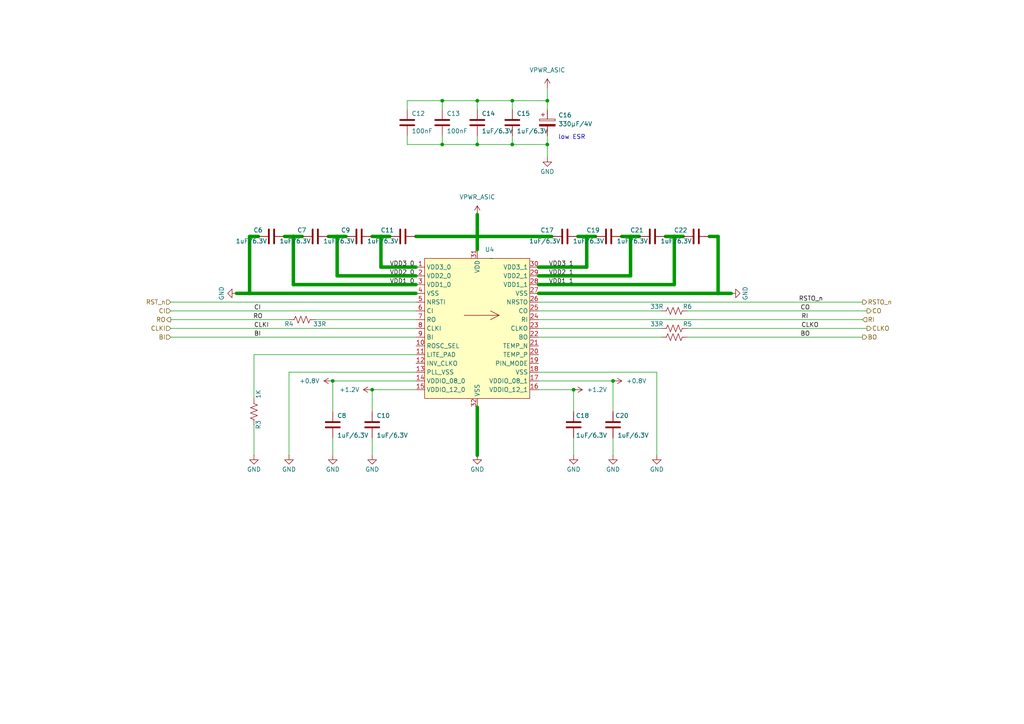
<source format=kicad_sch>
(kicad_sch (version 20231120) (generator "eeschema") (generator_version "8.0")
  (paper "A4")
  (lib_symbols
    (symbol "Device:C" (pin_numbers hide) (pin_names (offset 0.254))
      (property "Reference" "C" (at 0.635 2.54 0))
      (property "Value" "C" (at 0.635 -2.54 0))
      (symbol "C_0_1"
        (polyline (pts (xy -2.032 -0.762) (xy 2.032 -0.762)) (stroke (width 0.508)))
        (polyline (pts (xy -2.032 0.762) (xy 2.032 0.762)) (stroke (width 0.508)))
      )
      (symbol "C_1_1"
        (pin passive line (at 0 3.81 270) (length 2.794) (name "~") (number "1"))
        (pin passive line (at 0 -3.81 90) (length 2.794) (name "~") (number "2"))
      )
    )
    (symbol "Device:C_Polarized" (pin_numbers hide) (pin_names (offset 0.254))
      (property "Reference" "C" (at 0.635 2.54 0))
      (property "Value" "C_Polarized" (at 0.635 -2.54 0))
      (symbol "C_Polarized_0_1"
        (rectangle (start -2.286 0.508) (end 2.286 1.016))
        (polyline (pts (xy -1.778 2.286) (xy -0.762 2.286)))
        (polyline (pts (xy -1.27 2.794) (xy -1.27 1.778)))
        (rectangle (start 2.286 -0.508) (end -2.286 -1.016) (fill (type outline)))
      )
      (symbol "C_Polarized_1_1"
        (pin passive line (at 0 3.81 270) (length 2.794) (name "~") (number "1"))
        (pin passive line (at 0 -3.81 90) (length 2.794) (name "~") (number "2"))
      )
    )
    (symbol "Device:R_US" (pin_numbers hide) (pin_names (offset 0))
      (property "Reference" "R" (at 2.54 0 90))
      (property "Value" "R_US" (at -2.54 0 90))
      (symbol "R_US_0_1"
        (polyline (pts (xy 0 -2.286) (xy 0 -2.54)))
        (polyline (pts (xy 0 2.286) (xy 0 2.54)))
        (polyline (pts (xy 0 -0.762) (xy 1.016 -1.143) (xy 0 -1.524) (xy -1.016 -1.905) (xy 0 -2.286)))
        (polyline (pts (xy 0 0.762) (xy 1.016 0.381) (xy 0 0) (xy -1.016 -0.381) (xy 0 -0.762)))
        (polyline (pts (xy 0 2.286) (xy 1.016 1.905) (xy 0 1.524) (xy -1.016 1.143) (xy 0 0.762)))
      )
      (symbol "R_US_1_1"
        (pin passive line (at 0 3.81 270) (length 1.27) (name "~") (number "1"))
        (pin passive line (at 0 -3.81 90) (length 1.27) (name "~") (number "2"))
      )
    )
    (symbol "EKO_Miner_ASIClib:BM1368_mode1"
      (property "Reference" "U4" (at 19.9741 3.81 0))
      (property "Value" "~" (at 21.336 1.27 0))
      (symbol "BM1368_mode1_0_1"
        (polyline (pts (xy 13.97 -15.24) (xy 24.13 -15.24)))
        (polyline (pts (xy 21.59 -16.51) (xy 24.13 -15.24)))
        (polyline (pts (xy 21.59 -13.97) (xy 24.13 -15.24)))
        (rectangle (start 2.54 1.27) (end 33.02 -39.37) (fill (type background)))
      )
      (symbol "BM1368_mode1_1_1"
        (pin power_in line (at 0 -1.27 0) (length 2.54) (name "VDD3_0") (number "1"))
        (pin unspecified line (at 0 -24.13 0) (length 2.54) (name "ROSC_SEL") (number "10"))
        (pin unspecified line (at 0 -26.67 0) (length 2.54) (name "LITE_PAD") (number "11"))
        (pin unspecified line (at 0 -29.21 0) (length 2.54) (name "INV_CLKO") (number "12"))
        (pin power_in line (at 0 -31.75 0) (length 2.54) (name "PLL_VSS") (number "13"))
        (pin power_in line (at 0 -34.29 0) (length 2.54) (name "VDDIO_08_0") (number "14"))
        (pin power_in line (at 0 -36.83 0) (length 2.54) (name "VDDIO_12_0") (number "15"))
        (pin power_in line (at 35.56 -36.83 180) (length 2.54) (name "VDDIO_12_1") (number "16"))
        (pin power_in line (at 35.56 -34.29 180) (length 2.54) (name "VDDIO_08_1") (number "17"))
        (pin power_in line (at 35.56 -31.75 180) (length 2.54) (name "VSS") (number "18"))
        (pin input line (at 35.56 -29.21 180) (length 2.54) (name "PIN_MODE") (number "19"))
        (pin power_in line (at 0 -3.81 0) (length 2.54) (name "VDD2_0") (number "2"))
        (pin unspecified line (at 35.56 -26.67 180) (length 2.54) (name "TEMP_P") (number "20"))
        (pin unspecified line (at 35.56 -24.13 180) (length 2.54) (name "TEMP_N") (number "21"))
        (pin output line (at 35.56 -21.59 180) (length 2.54) (name "BO") (number "22"))
        (pin output line (at 35.56 -19.05 180) (length 2.54) (name "CLKO") (number "23"))
        (pin input line (at 35.56 -16.51 180) (length 2.54) (name "RI") (number "24"))
        (pin output line (at 35.56 -13.97 180) (length 2.54) (name "CO") (number "25"))
        (pin output line (at 35.56 -11.43 180) (length 2.54) (name "NRSTO") (number "26"))
        (pin power_in line (at 35.56 -8.89 180) (length 2.54) (name "VSS") (number "27"))
        (pin power_in line (at 35.56 -6.35 180) (length 2.54) (name "VDD1_1") (number "28"))
        (pin power_in line (at 35.56 -3.81 180) (length 2.54) (name "VDD2_1") (number "29"))
        (pin power_in line (at 0 -6.35 0) (length 2.54) (name "VDD1_0") (number "3"))
        (pin power_in line (at 35.56 -1.27 180) (length 2.54) (name "VDD3_1") (number "30"))
        (pin power_in line (at 17.78 3.81 270) (length 2.54) (name "VDD") (number "31"))
        (pin power_in line (at 17.78 -41.91 90) (length 2.54) (name "VSS") (number "32"))
        (pin power_in line (at 0 -8.89 0) (length 2.54) (name "VSS") (number "4"))
        (pin input line (at 0 -11.43 0) (length 2.54) (name "NRSTI") (number "5"))
        (pin input line (at 0 -13.97 0) (length 2.54) (name "CI") (number "6"))
        (pin output line (at 0 -16.51 0) (length 2.54) (name "RO") (number "7"))
        (pin input line (at 0 -19.05 0) (length 2.54) (name "CLKI") (number "8"))
        (pin input line (at 0 -21.59 0) (length 2.54) (name "BI") (number "9"))
      )
    )
    (symbol "power:GND" (power) (pin_numbers hide) (pin_names (offset 0) hide)
      (property "Value" "GND" (at 0 -3.81 0))
      (symbol "GND_0_1"
        (polyline (pts (xy 0 0) (xy 0 -1.27) (xy 1.27 -1.27) (xy 0 -2.54) (xy -1.27 -1.27) (xy 0 -1.27)))
      )
      (symbol "GND_1_1"
        (pin power_in line (at 0 0 270) (length 0) (name "~") (number "1"))
      )
    )
    (symbol "power:VDD" (power) (pin_numbers hide) (pin_names (offset 0) hide)
      (property "Value" "VDD" (at 0 3.556 0))
      (symbol "VDD_0_1"
        (polyline (pts (xy -0.762 1.27) (xy 0 2.54)))
        (polyline (pts (xy 0 0) (xy 0 2.54)))
        (polyline (pts (xy 0 2.54) (xy 0.762 1.27)))
      )
      (symbol "VDD_1_1"
        (pin power_in line (at 0 0 90) (length 0) (name "~") (number "1"))
      )
    )
  )
  (junction (at 107.95 113.03))
  (junction (at 138.43 29.21) (diameter 0.9144))
  (junction (at 128.27 41.91) (diameter 0.9144))
  (junction (at 148.59 41.91))
  (junction (at 177.8 110.49))
  (junction (at 170.18 68.58))
  (junction (at 72.39 85.09))
  (junction (at 85.09 68.58))
  (junction (at 208.28 85.09))
  (junction (at 138.43 68.58))
  (junction (at 96.52 110.49))
  (junction (at 128.27 29.21) (diameter 0.9144))
  (junction (at 158.75 29.21))
  (junction (at 97.79 68.58))
  (junction (at 148.59 29.21))
  (junction (at 110.49 68.58))
  (junction (at 166.37 113.03))
  (junction (at 138.43 41.91) (diameter 0.9144))
  (junction (at 158.75 41.91))
  (junction (at 182.88 68.58))
  (junction (at 195.58 68.58))
  (wire (pts (xy 166.37 113.03) (xy 166.37 119.38)))
  (wire (pts (xy 148.59 41.91) (xy 138.43 41.91)))
  (wire (pts (xy 158.75 31.75) (xy 158.75 29.21)))
  (wire (pts (xy 156.21 95.25) (xy 191.77 95.25)))
  (wire (pts (xy 208.28 85.09) (xy 208.28 68.58)) (stroke (width 1)))
  (wire (pts (xy 118.11 31.75) (xy 118.11 29.21)))
  (wire (pts (xy 49.53 92.71) (xy 83.82 92.71)))
  (wire (pts (xy 107.95 127) (xy 107.95 132.08)))
  (wire (pts (xy 166.37 127) (xy 166.37 132.08)))
  (wire (pts (xy 85.09 68.58) (xy 87.63 68.58)) (stroke (width 1)))
  (wire (pts (xy 97.79 68.58) (xy 100.33 68.58)) (stroke (width 1)))
  (wire (pts (xy 156.21 87.63) (xy 250.19 87.63)))
  (wire (pts (xy 110.49 68.58) (xy 109.22 68.58)))
  (wire (pts (xy 120.65 68.58) (xy 138.43 68.58)) (stroke (width 1)))
  (wire (pts (xy 138.43 68.58) (xy 160.02 68.58)) (stroke (width 1)))
  (wire (pts (xy 199.39 95.25) (xy 251.46 95.25)))
  (wire (pts (xy 156.21 77.47) (xy 170.18 77.47)) (stroke (width 1)))
  (wire (pts (xy 128.27 29.21) (xy 138.43 29.21)))
  (wire (pts (xy 97.79 80.01) (xy 120.65 80.01)) (stroke (width 1)))
  (wire (pts (xy 128.27 31.75) (xy 128.27 29.21)))
  (wire (pts (xy 138.43 118.11) (xy 138.43 132.08)) (stroke (width 1)))
  (wire (pts (xy 110.49 68.58) (xy 110.49 77.47)) (stroke (width 1)))
  (wire (pts (xy 158.75 25.4) (xy 158.75 29.21)))
  (wire (pts (xy 85.09 68.58) (xy 86.36 68.58)))
  (wire (pts (xy 156.21 85.09) (xy 208.28 85.09)) (stroke (width 1)))
  (wire (pts (xy 167.64 68.58) (xy 170.18 68.58)) (stroke (width 1)))
  (wire (pts (xy 177.8 110.49) (xy 177.8 119.38)))
  (wire (pts (xy 138.43 29.21) (xy 148.59 29.21)))
  (wire (pts (xy 118.11 39.37) (xy 118.11 41.91)))
  (wire (pts (xy 182.88 68.58) (xy 185.42 68.58)) (stroke (width 1)))
  (wire (pts (xy 190.5 107.95) (xy 190.5 132.08)))
  (wire (pts (xy 180.34 68.58) (xy 182.88 68.58)) (stroke (width 1)))
  (wire (pts (xy 107.95 113.03) (xy 107.95 119.38)))
  (wire (pts (xy 199.39 90.17) (xy 251.46 90.17)))
  (wire (pts (xy 128.27 41.91) (xy 138.43 41.91)))
  (wire (pts (xy 73.66 102.87) (xy 73.66 115.57)))
  (wire (pts (xy 156.21 80.01) (xy 182.88 80.01)) (stroke (width 1)))
  (wire (pts (xy 128.27 39.37) (xy 128.27 41.91)))
  (wire (pts (xy 118.11 29.21) (xy 128.27 29.21)))
  (wire (pts (xy 158.75 45.72) (xy 158.75 41.91)))
  (wire (pts (xy 156.21 82.55) (xy 195.58 82.55)) (stroke (width 1)))
  (wire (pts (xy 138.43 62.23) (xy 138.43 68.58)) (stroke (width 1)))
  (wire (pts (xy 85.09 82.55) (xy 120.65 82.55)) (stroke (width 1)))
  (wire (pts (xy 195.58 68.58) (xy 198.12 68.58)) (stroke (width 1)))
  (wire (pts (xy 170.18 68.58) (xy 172.72 68.58)) (stroke (width 1)))
  (wire (pts (xy 156.21 92.71) (xy 250.19 92.71)))
  (wire (pts (xy 96.52 110.49) (xy 96.52 119.38)))
  (wire (pts (xy 177.8 127) (xy 177.8 132.08)))
  (wire (pts (xy 120.65 102.87) (xy 73.66 102.87)))
  (wire (pts (xy 158.75 39.37) (xy 158.75 41.91)))
  (wire (pts (xy 120.65 107.95) (xy 83.82 107.95)))
  (wire (pts (xy 148.59 29.21) (xy 158.75 29.21)))
  (wire (pts (xy 97.79 68.58) (xy 100.33 68.58)))
  (wire (pts (xy 199.39 97.79) (xy 250.19 97.79)))
  (wire (pts (xy 96.52 110.49) (xy 120.65 110.49)))
  (wire (pts (xy 138.43 31.75) (xy 138.43 29.21)))
  (wire (pts (xy 72.39 85.09) (xy 120.65 85.09)) (stroke (width 1)))
  (wire (pts (xy 156.21 97.79) (xy 191.77 97.79)))
  (wire (pts (xy 193.04 68.58) (xy 195.58 68.58)) (stroke (width 1)))
  (wire (pts (xy 156.21 113.03) (xy 166.37 113.03)))
  (wire (pts (xy 49.53 97.79) (xy 120.65 97.79)))
  (wire (pts (xy 170.18 77.47) (xy 170.18 68.58)) (stroke (width 1)))
  (wire (pts (xy 107.95 68.58) (xy 110.49 68.58)) (stroke (width 1)))
  (wire (pts (xy 97.79 80.01) (xy 97.79 68.58)) (stroke (width 1)))
  (wire (pts (xy 138.43 39.37) (xy 138.43 41.91)))
  (wire (pts (xy 49.53 90.17) (xy 120.65 90.17)))
  (wire (pts (xy 195.58 82.55) (xy 195.58 68.58)) (stroke (width 1)))
  (wire (pts (xy 95.25 68.58) (xy 97.79 68.58)) (stroke (width 1)))
  (wire (pts (xy 128.27 41.91) (xy 118.11 41.91)))
  (wire (pts (xy 107.95 113.03) (xy 120.65 113.03)))
  (wire (pts (xy 73.66 123.19) (xy 73.66 132.08)))
  (wire (pts (xy 182.88 80.01) (xy 182.88 68.58)) (stroke (width 1)))
  (wire (pts (xy 96.52 127) (xy 96.52 132.08)))
  (wire (pts (xy 148.59 41.91) (xy 158.75 41.91)))
  (wire (pts (xy 49.53 87.63) (xy 120.65 87.63)))
  (wire (pts (xy 148.59 39.37) (xy 148.59 41.91)))
  (wire (pts (xy 110.49 77.47) (xy 120.65 77.47)) (stroke (width 1)))
  (wire (pts (xy 156.21 107.95) (xy 190.5 107.95)))
  (wire (pts (xy 156.21 90.17) (xy 191.77 90.17)))
  (wire (pts (xy 83.82 107.95) (xy 83.82 132.08)))
  (wire (pts (xy 138.43 68.58) (xy 138.43 72.39)) (stroke (width 1)))
  (wire (pts (xy 68.58 85.09) (xy 72.39 85.09)) (stroke (width 1)))
  (wire (pts (xy 49.53 95.25) (xy 120.65 95.25)))
  (wire (pts (xy 72.39 85.09) (xy 72.39 68.58)) (stroke (width 1)))
  (wire (pts (xy 110.49 68.58) (xy 113.03 68.58)) (stroke (width 1)))
  (wire (pts (xy 208.28 68.58) (xy 205.74 68.58)) (stroke (width 1)))
  (wire (pts (xy 85.09 82.55) (xy 85.09 68.58)) (stroke (width 1)))
  (wire (pts (xy 91.44 92.71) (xy 120.65 92.71)))
  (wire (pts (xy 148.59 31.75) (xy 148.59 29.21)))
  (wire (pts (xy 156.21 110.49) (xy 177.8 110.49)))
  (wire (pts (xy 82.55 68.58) (xy 85.09 68.58)) (stroke (width 1)))
  (wire (pts (xy 72.39 68.58) (xy 74.93 68.58)) (stroke (width 1)))
  (wire (pts (xy 208.28 85.09) (xy 212.09 85.09)) (stroke (width 1)))
  (text "low ESR" (at 165.862 39.878 0) (effects (font (size 1.27 1.27))))
  (label "BO" (at 234.95 97.79 180))
  (label "CLKI" (at 73.66 95.25 0))
  (label "VDD2_0" (at 113.03 80.01 0))
  (label "RI" (at 232.41 92.71 0))
  (label "RO" (at 76.2 92.71 180))
  (label "CLKO" (at 237.49 95.25 180))
  (label "VDD1_0" (at 113.03 82.55 0))
  (label "VDD3_1" (at 166.37 77.47 180))
  (label "BI" (at 73.66 97.79 0))
  (label "RSTO_n" (at 238.76 87.63 180))
  (label "VDD3_0" (at 113.03 77.47 0))
  (label "CI" (at 73.66 90.17 0))
  (label "VDD2_1" (at 166.37 80.01 180))
  (label "VDD1_1" (at 166.37 82.55 180))
  (label "CO" (at 234.95 90.17 180))
  (hierarchical_label "CLKI" (shape input) (at 49.53 95.25 180))
  (hierarchical_label "CI" (shape input) (at 49.53 90.17 180))
  (hierarchical_label "RO" (shape output) (at 49.53 92.71 180))
  (hierarchical_label "CO" (shape output) (at 251.46 90.17 0))
  (hierarchical_label "BO" (shape output) (at 250.19 97.79 0))
  (hierarchical_label "CLKO" (shape output) (at 251.46 95.25 0))
  (hierarchical_label "RSTO_n" (shape output) (at 250.19 87.63 0))
  (hierarchical_label "BI" (shape input) (at 49.53 97.79 180))
  (hierarchical_label "RST_n" (shape input) (at 49.53 87.63 180))
  (hierarchical_label "RI" (shape input) (at 250.19 92.71 0))
  (symbol (lib_id "Device:R_US") (at 195.58 90.17 90) (unit 1)
    (property "Reference" "R6" (at 199.39 88.9 90))
    (property "Value" "33R" (at 190.5 88.9 90))
    (property "Footprint" "Resistor_SMD:R_0402_1005Metric" (effects (hide yes)))
    (property "MP" "WR04X33R0FTL" (effects (hide yes)))
    (property "P/N MOUSER" "791-WR04X33R0FTL" (effects (hide yes)))
    (instances (project "AsicsBoard - 16xBM1368 - 01A" (path "" (reference "R6") (unit 1)) (path "" (reference "R58") (unit 1)) (path "" (reference "R33") (unit 1)) (path "" (reference "R78") (unit 1)) (path "" (reference "R43") (unit 1)) (path "" (reference "R68") (unit 1)) (path "" (reference "R11") (unit 1)) (path "" (reference "R21") (unit 1)) (path "" (reference "R16") (unit 1)) (path "" (reference "R48") (unit 1)) (path "" (reference "R83") (unit 1)) (path "" (reference "R63") (unit 1)) (path "" (reference "R53") (unit 1)) (path "" (reference "R73") (unit 1)) (path "" (reference "R28") (unit 1)) (path "" (reference "R38") (unit 1))))
  )
  (symbol (lib_id "Device:C") (at 116.84 68.58 90) (unit 1)
    (property "Reference" "C11" (at 114.3 66.04 90) (effects (justify left bottom)))
    (property "Value" "1uF/6.3V" (at 115.57 69.215 90) (effects (justify left bottom)))
    (property "Footprint" "Capacitor_SMD:C_0402_1005Metric" (effects (hide yes)))
    (property "MP" "GRM155R70J105KA12D" (effects (hide yes)))
    (property "P/N MOUSER" "81-GRM155R70J105KA2D" (effects (hide yes)))
    (instances (project "AsicsBoard - 16xBM1368 - 01A" (path "" (reference "C11") (unit 1)) (path "" (reference "C181") (unit 1)) (path "" (reference "C96") (unit 1)) (path "" (reference "C249") (unit 1)) (path "" (reference "C130") (unit 1)) (path "" (reference "C215") (unit 1)) (path "" (reference "C28") (unit 1)) (path "" (reference "C62") (unit 1)) (path "" (reference "C45") (unit 1)) (path "" (reference "C147") (unit 1)) (path "" (reference "C266") (unit 1)) (path "" (reference "C198") (unit 1)) (path "" (reference "C164") (unit 1)) (path "" (reference "C232") (unit 1)) (path "" (reference "C79") (unit 1)) (path "" (reference "C113") (unit 1))))
  )
  (symbol (lib_id "Device:C") (at 118.11 35.56 0) (unit 1)
    (property "Reference" "C12" (at 119.38 33.655 0) (effects (justify left bottom)))
    (property "Value" "100nF" (at 119.38 38.735 0) (effects (justify left bottom)))
    (property "Footprint" "Capacitor_SMD:C_0402_1005Metric" (effects (hide yes)))
    (property "MP" "SH15B104K160CT" (effects (hide yes)))
    (property "P/N MOUSER" "791-SH15B104K160CT" (effects (hide yes)))
    (instances (project "AsicsBoard - 16xBM1368 - 01A" (path "" (reference "C12") (unit 1)) (path "" (reference "C182") (unit 1)) (path "" (reference "C97") (unit 1)) (path "" (reference "C250") (unit 1)) (path "" (reference "C131") (unit 1)) (path "" (reference "C216") (unit 1)) (path "" (reference "C29") (unit 1)) (path "" (reference "C63") (unit 1)) (path "" (reference "C46") (unit 1)) (path "" (reference "C148") (unit 1)) (path "" (reference "C267") (unit 1)) (path "" (reference "C199") (unit 1)) (path "" (reference "C165") (unit 1)) (path "" (reference "C233") (unit 1)) (path "" (reference "C80") (unit 1)) (path "" (reference "C114") (unit 1))))
  )
  (symbol (lib_id "power:GND") (at 212.09 85.09 90) (unit 1)
    (property "Reference" "#PWR037" (effects (hide yes)))
    (property "Value" "GND" (at 216.154 85.09 0))
    (property "Description" "Power symbol creates a global label with name \"GND\" , ground" (effects (hide yes)))
    (instances (project "AsicsBoard - 16xBM1368 - 01A" (path "" (reference "#PWR037") (unit 1)) (path "" (reference "#PWR0209") (unit 1)) (path "" (reference "#PWR0124") (unit 1)) (path "" (reference "#PWR0277") (unit 1)) (path "" (reference "#PWR0158") (unit 1)) (path "" (reference "#PWR0243") (unit 1)) (path "" (reference "#PWR054") (unit 1)) (path "" (reference "#PWR088") (unit 1)) (path "" (reference "#PWR071") (unit 1)) (path "" (reference "#PWR0175") (unit 1)) (path "" (reference "#PWR0294") (unit 1)) (path "" (reference "#PWR0226") (unit 1)) (path "" (reference "#PWR0192") (unit 1)) (path "" (reference "#PWR0260") (unit 1)) (path "" (reference "#PWR0107") (unit 1)) (path "" (reference "#PWR0141") (unit 1))))
  )
  (symbol (lib_id "power:GND") (at 83.82 132.08 0) (unit 1)
    (property "Reference" "#PWR023" (effects (hide yes)))
    (property "Value" "GND" (at 83.82 136.144 0))
    (property "Description" "Power symbol creates a global label with name \"GND\" , ground" (effects (hide yes)))
    (instances (project "AsicsBoard - 16xBM1368 - 01A" (path "" (reference "#PWR023") (unit 1)) (path "" (reference "#PWR0195") (unit 1)) (path "" (reference "#PWR0110") (unit 1)) (path "" (reference "#PWR0263") (unit 1)) (path "" (reference "#PWR0144") (unit 1)) (path "" (reference "#PWR0229") (unit 1)) (path "" (reference "#PWR040") (unit 1)) (path "" (reference "#PWR074") (unit 1)) (path "" (reference "#PWR057") (unit 1)) (path "" (reference "#PWR0161") (unit 1)) (path "" (reference "#PWR0280") (unit 1)) (path "" (reference "#PWR0212") (unit 1)) (path "" (reference "#PWR0178") (unit 1)) (path "" (reference "#PWR0246") (unit 1)) (path "" (reference "#PWR093") (unit 1)) (path "" (reference "#PWR0127") (unit 1))))
  )
  (symbol (lib_id "Device:C") (at 201.93 68.58 90) (unit 1)
    (property "Reference" "C22" (at 199.39 66.04 90) (effects (justify left bottom)))
    (property "Value" "1uF/6.3V" (at 200.66 69.215 90) (effects (justify left bottom)))
    (property "Footprint" "Capacitor_SMD:C_0402_1005Metric" (effects (hide yes)))
    (property "MP" "GRM155R70J105KA12D" (effects (hide yes)))
    (property "P/N MOUSER" "81-GRM155R70J105KA2D" (effects (hide yes)))
    (instances (project "AsicsBoard - 16xBM1368 - 01A" (path "" (reference "C22") (unit 1)) (path "" (reference "C192") (unit 1)) (path "" (reference "C107") (unit 1)) (path "" (reference "C260") (unit 1)) (path "" (reference "C141") (unit 1)) (path "" (reference "C226") (unit 1)) (path "" (reference "C39") (unit 1)) (path "" (reference "C73") (unit 1)) (path "" (reference "C56") (unit 1)) (path "" (reference "C158") (unit 1)) (path "" (reference "C277") (unit 1)) (path "" (reference "C209") (unit 1)) (path "" (reference "C175") (unit 1)) (path "" (reference "C243") (unit 1)) (path "" (reference "C90") (unit 1)) (path "" (reference "C124") (unit 1))))
  )
  (symbol (lib_id "Device:C_Polarized") (at 158.75 35.56 0) (unit 1)
    (property "Reference" "C16" (at 161.925 33.4009 0) (effects (justify left)))
    (property "Value" "330µF/4V" (at 161.925 35.9409 0) (effects (justify left)))
    (property "Footprint" "Capacitor_SMD:C_1210_3225Metric" (effects (hide yes)))
    (property "MP" "GRM32ER60G337ME05K" (effects (hide yes)))
    (property "P/N MOUSER" "81-GRM32ER60G337ME5K" (effects (hide yes)))
    (instances (project "AsicsBoard - 16xBM1368 - 01A" (path "" (reference "C16") (unit 1)) (path "" (reference "C186") (unit 1)) (path "" (reference "C101") (unit 1)) (path "" (reference "C254") (unit 1)) (path "" (reference "C135") (unit 1)) (path "" (reference "C220") (unit 1)) (path "" (reference "C33") (unit 1)) (path "" (reference "C67") (unit 1)) (path "" (reference "C50") (unit 1)) (path "" (reference "C152") (unit 1)) (path "" (reference "C271") (unit 1)) (path "" (reference "C203") (unit 1)) (path "" (reference "C169") (unit 1)) (path "" (reference "C237") (unit 1)) (path "" (reference "C84") (unit 1)) (path "" (reference "C118") (unit 1))))
  )
  (symbol (lib_id "power:VDD") (at 96.52 110.49 90) (unit 1)
    (property "Reference" "#PWR024" (effects (hide yes)))
    (property "Value" "+0.8V" (at 92.71 110.4899 90) (effects (justify left)))
    (property "Description" "Power symbol creates a global label with name \"VDD\"" (effects (hide yes)))
    (instances (project "AsicsBoard - 16xBM1368 - 01A" (path "" (reference "#PWR024") (unit 1)) (path "" (reference "#PWR0196") (unit 1)) (path "" (reference "#PWR0111") (unit 1)) (path "" (reference "#PWR0264") (unit 1)) (path "" (reference "#PWR0145") (unit 1)) (path "" (reference "#PWR0230") (unit 1)) (path "" (reference "#PWR041") (unit 1)) (path "" (reference "#PWR075") (unit 1)) (path "" (reference "#PWR058") (unit 1)) (path "" (reference "#PWR0162") (unit 1)) (path "" (reference "#PWR0281") (unit 1)) (path "" (reference "#PWR0213") (unit 1)) (path "" (reference "#PWR0179") (unit 1)) (path "" (reference "#PWR0247") (unit 1)) (path "" (reference "#PWR094") (unit 1)) (path "" (reference "#PWR0128") (unit 1))))
  )
  (symbol (lib_id "Device:C") (at 91.44 68.58 90) (unit 1)
    (property "Reference" "C7" (at 88.9 66.04 90) (effects (justify left bottom)))
    (property "Value" "1uF/6.3V" (at 90.17 69.215 90) (effects (justify left bottom)))
    (property "Footprint" "Capacitor_SMD:C_0402_1005Metric" (effects (hide yes)))
    (property "MP" "GRM155R70J105KA12D" (effects (hide yes)))
    (property "P/N MOUSER" "81-GRM155R70J105KA2D" (effects (hide yes)))
    (instances (project "AsicsBoard - 16xBM1368 - 01A" (path "" (reference "C7") (unit 1)) (path "" (reference "C177") (unit 1)) (path "" (reference "C92") (unit 1)) (path "" (reference "C245") (unit 1)) (path "" (reference "C126") (unit 1)) (path "" (reference "C211") (unit 1)) (path "" (reference "C24") (unit 1)) (path "" (reference "C58") (unit 1)) (path "" (reference "C41") (unit 1)) (path "" (reference "C143") (unit 1)) (path "" (reference "C262") (unit 1)) (path "" (reference "C194") (unit 1)) (path "" (reference "C160") (unit 1)) (path "" (reference "C228") (unit 1)) (path "" (reference "C75") (unit 1)) (path "" (reference "C109") (unit 1))))
  )
  (symbol (lib_id "Device:R_US") (at 195.58 95.25 90) (unit 1)
    (property "Reference" "R5" (at 199.39 93.98 90))
    (property "Value" "33R" (at 190.5 93.98 90))
    (property "Footprint" "Resistor_SMD:R_0402_1005Metric" (effects (hide yes)))
    (property "MP" "WR04X33R0FTL" (effects (hide yes)))
    (property "P/N MOUSER" "791-WR04X33R0FTL" (effects (hide yes)))
    (instances (project "AsicsBoard - 16xBM1368 - 01A" (path "" (reference "R5") (unit 1)) (path "" (reference "R57") (unit 1)) (path "" (reference "R32") (unit 1)) (path "" (reference "R77") (unit 1)) (path "" (reference "R42") (unit 1)) (path "" (reference "R67") (unit 1)) (path "" (reference "R10") (unit 1)) (path "" (reference "R20") (unit 1)) (path "" (reference "R15") (unit 1)) (path "" (reference "R47") (unit 1)) (path "" (reference "R82") (unit 1)) (path "" (reference "R62") (unit 1)) (path "" (reference "R52") (unit 1)) (path "" (reference "R72") (unit 1)) (path "" (reference "R27") (unit 1)) (path "" (reference "R37") (unit 1))))
  )
  (symbol (lib_id "power:GND") (at 68.58 85.09 270) (unit 1)
    (property "Reference" "#PWR021" (effects (hide yes)))
    (property "Value" "GND" (at 64.262 85.09 0))
    (property "Description" "Power symbol creates a global label with name \"GND\" , ground" (effects (hide yes)))
    (instances (project "AsicsBoard - 16xBM1368 - 01A" (path "" (reference "#PWR021") (unit 1)) (path "" (reference "#PWR0193") (unit 1)) (path "" (reference "#PWR0108") (unit 1)) (path "" (reference "#PWR0261") (unit 1)) (path "" (reference "#PWR0142") (unit 1)) (path "" (reference "#PWR0227") (unit 1)) (path "" (reference "#PWR038") (unit 1)) (path "" (reference "#PWR072") (unit 1)) (path "" (reference "#PWR055") (unit 1)) (path "" (reference "#PWR0159") (unit 1)) (path "" (reference "#PWR0278") (unit 1)) (path "" (reference "#PWR0210") (unit 1)) (path "" (reference "#PWR0176") (unit 1)) (path "" (reference "#PWR0244") (unit 1)) (path "" (reference "#PWR091") (unit 1)) (path "" (reference "#PWR0125") (unit 1))))
  )
  (symbol (lib_id "Device:C") (at 177.8 123.19 0) (unit 1)
    (property "Reference" "C20" (at 178.435 121.285 0) (effects (justify left bottom)))
    (property "Value" "1uF/6.3V" (at 179.07 127 0) (effects (justify left bottom)))
    (property "Footprint" "Capacitor_SMD:C_0402_1005Metric" (effects (hide yes)))
    (property "MP" "GRM155R70J105KA12D" (effects (hide yes)))
    (property "P/N MOUSER" "81-GRM155R70J105KA2D" (effects (hide yes)))
    (instances (project "AsicsBoard - 16xBM1368 - 01A" (path "" (reference "C20") (unit 1)) (path "" (reference "C190") (unit 1)) (path "" (reference "C105") (unit 1)) (path "" (reference "C258") (unit 1)) (path "" (reference "C139") (unit 1)) (path "" (reference "C224") (unit 1)) (path "" (reference "C37") (unit 1)) (path "" (reference "C71") (unit 1)) (path "" (reference "C54") (unit 1)) (path "" (reference "C156") (unit 1)) (path "" (reference "C275") (unit 1)) (path "" (reference "C207") (unit 1)) (path "" (reference "C173") (unit 1)) (path "" (reference "C241") (unit 1)) (path "" (reference "C88") (unit 1)) (path "" (reference "C122") (unit 1))))
  )
  (symbol (lib_id "power:VDD") (at 107.95 113.03 90) (unit 1)
    (property "Reference" "#PWR026" (effects (hide yes)))
    (property "Value" "+1.2V" (at 101.346 113.03 90))
    (property "Description" "Power symbol creates a global label with name \"VDD\"" (effects (hide yes)))
    (instances (project "AsicsBoard - 16xBM1368 - 01A" (path "" (reference "#PWR026") (unit 1)) (path "" (reference "#PWR0198") (unit 1)) (path "" (reference "#PWR0113") (unit 1)) (path "" (reference "#PWR0266") (unit 1)) (path "" (reference "#PWR0147") (unit 1)) (path "" (reference "#PWR0232") (unit 1)) (path "" (reference "#PWR043") (unit 1)) (path "" (reference "#PWR077") (unit 1)) (path "" (reference "#PWR060") (unit 1)) (path "" (reference "#PWR0164") (unit 1)) (path "" (reference "#PWR0283") (unit 1)) (path "" (reference "#PWR0215") (unit 1)) (path "" (reference "#PWR0181") (unit 1)) (path "" (reference "#PWR0249") (unit 1)) (path "" (reference "#PWR096") (unit 1)) (path "" (reference "#PWR0130") (unit 1))))
  )
  (symbol (lib_id "power:VDD") (at 166.37 113.03 270) (unit 1)
    (property "Reference" "#PWR032" (effects (hide yes)))
    (property "Value" "+1.2V" (at 170.18 113.0301 90) (effects (justify left)))
    (property "Description" "Power symbol creates a global label with name \"VDD\"" (effects (hide yes)))
    (instances (project "AsicsBoard - 16xBM1368 - 01A" (path "" (reference "#PWR032") (unit 1)) (path "" (reference "#PWR0204") (unit 1)) (path "" (reference "#PWR0119") (unit 1)) (path "" (reference "#PWR0272") (unit 1)) (path "" (reference "#PWR0153") (unit 1)) (path "" (reference "#PWR0238") (unit 1)) (path "" (reference "#PWR049") (unit 1)) (path "" (reference "#PWR083") (unit 1)) (path "" (reference "#PWR066") (unit 1)) (path "" (reference "#PWR0170") (unit 1)) (path "" (reference "#PWR0289") (unit 1)) (path "" (reference "#PWR0221") (unit 1)) (path "" (reference "#PWR0187") (unit 1)) (path "" (reference "#PWR0255") (unit 1)) (path "" (reference "#PWR0102") (unit 1)) (path "" (reference "#PWR0136") (unit 1))))
  )
  (symbol (lib_id "Device:R_US") (at 87.63 92.71 270) (unit 1)
    (property "Reference" "R4" (at 83.82 93.98 90))
    (property "Value" "33R" (at 92.71 93.98 90))
    (property "Footprint" "Resistor_SMD:R_0402_1005Metric" (effects (hide yes)))
    (property "MP" "WR04X33R0FTL" (effects (hide yes)))
    (property "P/N MOUSER" "791-WR04X33R0FTL" (effects (hide yes)))
    (instances (project "AsicsBoard - 16xBM1368 - 01A" (path "" (reference "R4") (unit 1)) (path "" (reference "R56") (unit 1)) (path "" (reference "R31") (unit 1)) (path "" (reference "R76") (unit 1)) (path "" (reference "R41") (unit 1)) (path "" (reference "R66") (unit 1)) (path "" (reference "R9") (unit 1)) (path "" (reference "R19") (unit 1)) (path "" (reference "R14") (unit 1)) (path "" (reference "R46") (unit 1)) (path "" (reference "R81") (unit 1)) (path "" (reference "R61") (unit 1)) (path "" (reference "R51") (unit 1)) (path "" (reference "R71") (unit 1)) (path "" (reference "R26") (unit 1)) (path "" (reference "R36") (unit 1))))
  )
  (symbol (lib_id "Device:R_US") (at 73.66 119.38 0) (unit 1)
    (property "Reference" "R3" (at 74.93 123.19 90))
    (property "Value" "1K" (at 74.93 114.3 90))
    (property "Footprint" "Resistor_SMD:R_0402_1005Metric" (effects (hide yes)))
    (property "P/N MOUSER" "708-RNCP0402FTD1K00" (effects (hide yes)))
    (property "MP" "RNCP0402FTD1K00" (effects (hide yes)))
    (instances (project "AsicsBoard - 16xBM1368 - 01A" (path "" (reference "R3") (unit 1)) (path "" (reference "R55") (unit 1)) (path "" (reference "R30") (unit 1)) (path "" (reference "R75") (unit 1)) (path "" (reference "R40") (unit 1)) (path "" (reference "R65") (unit 1)) (path "" (reference "R8") (unit 1)) (path "" (reference "R18") (unit 1)) (path "" (reference "R13") (unit 1)) (path "" (reference "R45") (unit 1)) (path "" (reference "R80") (unit 1)) (path "" (reference "R60") (unit 1)) (path "" (reference "R50") (unit 1)) (path "" (reference "R70") (unit 1)) (path "" (reference "R25") (unit 1)) (path "" (reference "R35") (unit 1))))
  )
  (symbol (lib_id "Device:C") (at 166.37 123.19 0) (unit 1)
    (property "Reference" "C18" (at 167.005 121.285 0) (effects (justify left bottom)))
    (property "Value" "1uF/6.3V" (at 167.005 127 0) (effects (justify left bottom)))
    (property "Footprint" "Capacitor_SMD:C_0402_1005Metric" (effects (hide yes)))
    (property "MP" "GRM155R70J105KA12D" (effects (hide yes)))
    (property "P/N MOUSER" "81-GRM155R70J105KA2D" (effects (hide yes)))
    (instances (project "AsicsBoard - 16xBM1368 - 01A" (path "" (reference "C18") (unit 1)) (path "" (reference "C188") (unit 1)) (path "" (reference "C103") (unit 1)) (path "" (reference "C256") (unit 1)) (path "" (reference "C137") (unit 1)) (path "" (reference "C222") (unit 1)) (path "" (reference "C35") (unit 1)) (path "" (reference "C69") (unit 1)) (path "" (reference "C52") (unit 1)) (path "" (reference "C154") (unit 1)) (path "" (reference "C273") (unit 1)) (path "" (reference "C205") (unit 1)) (path "" (reference "C171") (unit 1)) (path "" (reference "C239") (unit 1)) (path "" (reference "C86") (unit 1)) (path "" (reference "C120") (unit 1))))
  )
  (symbol (lib_id "power:GND") (at 107.95 132.08 0) (unit 1)
    (property "Reference" "#PWR027" (effects (hide yes)))
    (property "Value" "GND" (at 107.95 136.144 0))
    (property "Description" "Power symbol creates a global label with name \"GND\" , ground" (effects (hide yes)))
    (instances (project "AsicsBoard - 16xBM1368 - 01A" (path "" (reference "#PWR027") (unit 1)) (path "" (reference "#PWR0199") (unit 1)) (path "" (reference "#PWR0114") (unit 1)) (path "" (reference "#PWR0267") (unit 1)) (path "" (reference "#PWR0148") (unit 1)) (path "" (reference "#PWR0233") (unit 1)) (path "" (reference "#PWR044") (unit 1)) (path "" (reference "#PWR078") (unit 1)) (path "" (reference "#PWR061") (unit 1)) (path "" (reference "#PWR0165") (unit 1)) (path "" (reference "#PWR0284") (unit 1)) (path "" (reference "#PWR0216") (unit 1)) (path "" (reference "#PWR0182") (unit 1)) (path "" (reference "#PWR0250") (unit 1)) (path "" (reference "#PWR097") (unit 1)) (path "" (reference "#PWR0131") (unit 1))))
  )
  (symbol (lib_id "power:GND") (at 96.52 132.08 0) (unit 1)
    (property "Reference" "#PWR025" (effects (hide yes)))
    (property "Value" "GND" (at 96.52 136.144 0))
    (property "Description" "Power symbol creates a global label with name \"GND\" , ground" (effects (hide yes)))
    (instances (project "AsicsBoard - 16xBM1368 - 01A" (path "" (reference "#PWR025") (unit 1)) (path "" (reference "#PWR0197") (unit 1)) (path "" (reference "#PWR0112") (unit 1)) (path "" (reference "#PWR0265") (unit 1)) (path "" (reference "#PWR0146") (unit 1)) (path "" (reference "#PWR0231") (unit 1)) (path "" (reference "#PWR042") (unit 1)) (path "" (reference "#PWR076") (unit 1)) (path "" (reference "#PWR059") (unit 1)) (path "" (reference "#PWR0163") (unit 1)) (path "" (reference "#PWR0282") (unit 1)) (path "" (reference "#PWR0214") (unit 1)) (path "" (reference "#PWR0180") (unit 1)) (path "" (reference "#PWR0248") (unit 1)) (path "" (reference "#PWR095") (unit 1)) (path "" (reference "#PWR0129") (unit 1))))
  )
  (symbol (lib_id "Device:C") (at 78.74 68.58 90) (unit 1)
    (property "Reference" "C6" (at 76.2 66.04 90) (effects (justify left bottom)))
    (property "Value" "1uF/6.3V" (at 77.47 69.215 90) (effects (justify left bottom)))
    (property "Footprint" "Capacitor_SMD:C_0402_1005Metric" (effects (hide yes)))
    (property "MP" "GRM155R70J105KA12D" (effects (hide yes)))
    (property "P/N MOUSER" "81-GRM155R70J105KA2D" (effects (hide yes)))
    (instances (project "AsicsBoard - 16xBM1368 - 01A" (path "" (reference "C6") (unit 1)) (path "" (reference "C176") (unit 1)) (path "" (reference "C91") (unit 1)) (path "" (reference "C244") (unit 1)) (path "" (reference "C125") (unit 1)) (path "" (reference "C210") (unit 1)) (path "" (reference "C23") (unit 1)) (path "" (reference "C57") (unit 1)) (path "" (reference "C40") (unit 1)) (path "" (reference "C142") (unit 1)) (path "" (reference "C261") (unit 1)) (path "" (reference "C193") (unit 1)) (path "" (reference "C159") (unit 1)) (path "" (reference "C227") (unit 1)) (path "" (reference "C74") (unit 1)) (path "" (reference "C108") (unit 1))))
  )
  (symbol (lib_id "power:GND") (at 73.66 132.08 0) (unit 1)
    (property "Reference" "#PWR022" (effects (hide yes)))
    (property "Value" "GND" (at 73.66 136.144 0))
    (property "Description" "Power symbol creates a global label with name \"GND\" , ground" (effects (hide yes)))
    (instances (project "AsicsBoard - 16xBM1368 - 01A" (path "" (reference "#PWR022") (unit 1)) (path "" (reference "#PWR0194") (unit 1)) (path "" (reference "#PWR0109") (unit 1)) (path "" (reference "#PWR0262") (unit 1)) (path "" (reference "#PWR0143") (unit 1)) (path "" (reference "#PWR0228") (unit 1)) (path "" (reference "#PWR039") (unit 1)) (path "" (reference "#PWR073") (unit 1)) (path "" (reference "#PWR056") (unit 1)) (path "" (reference "#PWR0160") (unit 1)) (path "" (reference "#PWR0279") (unit 1)) (path "" (reference "#PWR0211") (unit 1)) (path "" (reference "#PWR0177") (unit 1)) (path "" (reference "#PWR0245") (unit 1)) (path "" (reference "#PWR092") (unit 1)) (path "" (reference "#PWR0126") (unit 1))))
  )
  (symbol (lib_id "power:VDD") (at 138.43 62.23 0) (unit 1)
    (property "Reference" "#PWR028" (effects (hide yes)))
    (property "Value" "VPWR_ASIC" (at 138.43 57.15 0))
    (property "Description" "Power symbol creates a global label with name \"VDD\"" (effects (hide yes)))
    (instances (project "AsicsBoard - 16xBM1368 - 01A" (path "" (reference "#PWR028") (unit 1)) (path "" (reference "#PWR0200") (unit 1)) (path "" (reference "#PWR0115") (unit 1)) (path "" (reference "#PWR0268") (unit 1)) (path "" (reference "#PWR0149") (unit 1)) (path "" (reference "#PWR0234") (unit 1)) (path "" (reference "#PWR045") (unit 1)) (path "" (reference "#PWR079") (unit 1)) (path "" (reference "#PWR062") (unit 1)) (path "" (reference "#PWR0166") (unit 1)) (path "" (reference "#PWR0285") (unit 1)) (path "" (reference "#PWR0217") (unit 1)) (path "" (reference "#PWR0183") (unit 1)) (path "" (reference "#PWR0251") (unit 1)) (path "" (reference "#PWR098") (unit 1)) (path "" (reference "#PWR0132") (unit 1))))
  )
  (symbol (lib_id "Device:C") (at 189.23 68.58 90) (unit 1)
    (property "Reference" "C21" (at 186.69 66.04 90) (effects (justify left bottom)))
    (property "Value" "1uF/6.3V" (at 187.96 69.215 90) (effects (justify left bottom)))
    (property "Footprint" "Capacitor_SMD:C_0402_1005Metric" (effects (hide yes)))
    (property "MP" "GRM155R70J105KA12D" (effects (hide yes)))
    (property "P/N MOUSER" "81-GRM155R70J105KA2D" (effects (hide yes)))
    (instances (project "AsicsBoard - 16xBM1368 - 01A" (path "" (reference "C21") (unit 1)) (path "" (reference "C191") (unit 1)) (path "" (reference "C106") (unit 1)) (path "" (reference "C259") (unit 1)) (path "" (reference "C140") (unit 1)) (path "" (reference "C225") (unit 1)) (path "" (reference "C38") (unit 1)) (path "" (reference "C72") (unit 1)) (path "" (reference "C55") (unit 1)) (path "" (reference "C157") (unit 1)) (path "" (reference "C276") (unit 1)) (path "" (reference "C208") (unit 1)) (path "" (reference "C174") (unit 1)) (path "" (reference "C242") (unit 1)) (path "" (reference "C89") (unit 1)) (path "" (reference "C123") (unit 1))))
  )
  (symbol (lib_id "power:GND") (at 166.37 132.08 0) (unit 1)
    (property "Reference" "#PWR033" (effects (hide yes)))
    (property "Value" "GND" (at 166.37 136.144 0))
    (property "Description" "Power symbol creates a global label with name \"GND\" , ground" (effects (hide yes)))
    (instances (project "AsicsBoard - 16xBM1368 - 01A" (path "" (reference "#PWR033") (unit 1)) (path "" (reference "#PWR0205") (unit 1)) (path "" (reference "#PWR0120") (unit 1)) (path "" (reference "#PWR0273") (unit 1)) (path "" (reference "#PWR0154") (unit 1)) (path "" (reference "#PWR0239") (unit 1)) (path "" (reference "#PWR050") (unit 1)) (path "" (reference "#PWR084") (unit 1)) (path "" (reference "#PWR067") (unit 1)) (path "" (reference "#PWR0171") (unit 1)) (path "" (reference "#PWR0290") (unit 1)) (path "" (reference "#PWR0222") (unit 1)) (path "" (reference "#PWR0188") (unit 1)) (path "" (reference "#PWR0256") (unit 1)) (path "" (reference "#PWR0103") (unit 1)) (path "" (reference "#PWR0137") (unit 1))))
  )
  (symbol (lib_id "power:VDD") (at 177.8 110.49 270) (unit 1)
    (property "Reference" "#PWR034" (effects (hide yes)))
    (property "Value" "+0.8V" (at 181.61 110.4901 90) (effects (justify left)))
    (property "Description" "Power symbol creates a global label with name \"VDD\"" (effects (hide yes)))
    (instances (project "AsicsBoard - 16xBM1368 - 01A" (path "" (reference "#PWR034") (unit 1)) (path "" (reference "#PWR0206") (unit 1)) (path "" (reference "#PWR0121") (unit 1)) (path "" (reference "#PWR0274") (unit 1)) (path "" (reference "#PWR0155") (unit 1)) (path "" (reference "#PWR0240") (unit 1)) (path "" (reference "#PWR051") (unit 1)) (path "" (reference "#PWR085") (unit 1)) (path "" (reference "#PWR068") (unit 1)) (path "" (reference "#PWR0172") (unit 1)) (path "" (reference "#PWR0291") (unit 1)) (path "" (reference "#PWR0223") (unit 1)) (path "" (reference "#PWR0189") (unit 1)) (path "" (reference "#PWR0257") (unit 1)) (path "" (reference "#PWR0104") (unit 1)) (path "" (reference "#PWR0138") (unit 1))))
  )
  (symbol (lib_id "Device:C") (at 128.27 35.56 0) (unit 1)
    (property "Reference" "C13" (at 129.54 33.655 0) (effects (justify left bottom)))
    (property "Value" "100nF" (at 129.54 38.735 0) (effects (justify left bottom)))
    (property "Footprint" "Capacitor_SMD:C_0402_1005Metric" (effects (hide yes)))
    (property "MP" "SH15B104K160CT" (effects (hide yes)))
    (property "P/N MOUSER" "791-SH15B104K160CT" (effects (hide yes)))
    (instances (project "AsicsBoard - 16xBM1368 - 01A" (path "" (reference "C13") (unit 1)) (path "" (reference "C183") (unit 1)) (path "" (reference "C98") (unit 1)) (path "" (reference "C251") (unit 1)) (path "" (reference "C132") (unit 1)) (path "" (reference "C217") (unit 1)) (path "" (reference "C30") (unit 1)) (path "" (reference "C64") (unit 1)) (path "" (reference "C47") (unit 1)) (path "" (reference "C149") (unit 1)) (path "" (reference "C268") (unit 1)) (path "" (reference "C200") (unit 1)) (path "" (reference "C166") (unit 1)) (path "" (reference "C234") (unit 1)) (path "" (reference "C81") (unit 1)) (path "" (reference "C115") (unit 1))))
  )
  (symbol (lib_id "Device:C") (at 96.52 123.19 0) (unit 1)
    (property "Reference" "C8" (at 97.79 121.285 0) (effects (justify left bottom)))
    (property "Value" "1uF/6.3V" (at 97.79 127 0) (effects (justify left bottom)))
    (property "Footprint" "Capacitor_SMD:C_0402_1005Metric" (effects (hide yes)))
    (property "MP" "GRM155R70J105KA12D" (effects (hide yes)))
    (property "P/N MOUSER" "81-GRM155R70J105KA2D" (effects (hide yes)))
    (instances (project "AsicsBoard - 16xBM1368 - 01A" (path "" (reference "C8") (unit 1)) (path "" (reference "C178") (unit 1)) (path "" (reference "C93") (unit 1)) (path "" (reference "C246") (unit 1)) (path "" (reference "C127") (unit 1)) (path "" (reference "C212") (unit 1)) (path "" (reference "C25") (unit 1)) (path "" (reference "C59") (unit 1)) (path "" (reference "C42") (unit 1)) (path "" (reference "C144") (unit 1)) (path "" (reference "C263") (unit 1)) (path "" (reference "C195") (unit 1)) (path "" (reference "C161") (unit 1)) (path "" (reference "C229") (unit 1)) (path "" (reference "C76") (unit 1)) (path "" (reference "C110") (unit 1))))
  )
  (symbol (lib_id "Device:R_US") (at 195.58 97.79 90) (unit 1)
    (property "Reference" "R7" (effects (hide yes)))
    (property "Value" "33R" (effects (hide yes)))
    (property "Footprint" "Resistor_SMD:R_0402_1005Metric" (effects (hide yes)))
    (property "MP" "WR04X33R0FTL" (effects (hide yes)))
    (property "P/N MOUSER" "791-WR04X33R0FTL" (effects (hide yes)))
    (instances (project "AsicsBoard - 16xBM1368 - 01A" (path "" (reference "R7") (unit 1)) (path "" (reference "R59") (unit 1)) (path "" (reference "R34") (unit 1)) (path "" (reference "R79") (unit 1)) (path "" (reference "R44") (unit 1)) (path "" (reference "R69") (unit 1)) (path "" (reference "R12") (unit 1)) (path "" (reference "R22") (unit 1)) (path "" (reference "R17") (unit 1)) (path "" (reference "R49") (unit 1)) (path "" (reference "R84") (unit 1)) (path "" (reference "R64") (unit 1)) (path "" (reference "R54") (unit 1)) (path "" (reference "R74") (unit 1)) (path "" (reference "R29") (unit 1)) (path "" (reference "R39") (unit 1))))
  )
  (symbol (lib_id "power:GND") (at 177.8 132.08 0) (unit 1)
    (property "Reference" "#PWR035" (effects (hide yes)))
    (property "Value" "GND" (at 177.8 136.144 0))
    (property "Description" "Power symbol creates a global label with name \"GND\" , ground" (effects (hide yes)))
    (instances (project "AsicsBoard - 16xBM1368 - 01A" (path "" (reference "#PWR035") (unit 1)) (path "" (reference "#PWR0207") (unit 1)) (path "" (reference "#PWR0122") (unit 1)) (path "" (reference "#PWR0275") (unit 1)) (path "" (reference "#PWR0156") (unit 1)) (path "" (reference "#PWR0241") (unit 1)) (path "" (reference "#PWR052") (unit 1)) (path "" (reference "#PWR086") (unit 1)) (path "" (reference "#PWR069") (unit 1)) (path "" (reference "#PWR0173") (unit 1)) (path "" (reference "#PWR0292") (unit 1)) (path "" (reference "#PWR0224") (unit 1)) (path "" (reference "#PWR0190") (unit 1)) (path "" (reference "#PWR0258") (unit 1)) (path "" (reference "#PWR0105") (unit 1)) (path "" (reference "#PWR0139") (unit 1))))
  )
  (symbol (lib_id "Device:C") (at 138.43 35.56 0) (unit 1)
    (property "Reference" "C14" (at 139.7 33.655 0) (effects (justify left bottom)))
    (property "Value" "1uF/6.3V" (at 139.7 38.735 0) (effects (justify left bottom)))
    (property "Footprint" "Capacitor_SMD:C_0402_1005Metric" (effects (hide yes)))
    (property "MP" "GRM155R70J105KA12D" (effects (hide yes)))
    (property "P/N MOUSER" "81-GRM155R70J105KA2D" (effects (hide yes)))
    (instances (project "AsicsBoard - 16xBM1368 - 01A" (path "" (reference "C14") (unit 1)) (path "" (reference "C184") (unit 1)) (path "" (reference "C99") (unit 1)) (path "" (reference "C252") (unit 1)) (path "" (reference "C133") (unit 1)) (path "" (reference "C218") (unit 1)) (path "" (reference "C31") (unit 1)) (path "" (reference "C65") (unit 1)) (path "" (reference "C48") (unit 1)) (path "" (reference "C150") (unit 1)) (path "" (reference "C269") (unit 1)) (path "" (reference "C201") (unit 1)) (path "" (reference "C167") (unit 1)) (path "" (reference "C235") (unit 1)) (path "" (reference "C82") (unit 1)) (path "" (reference "C116") (unit 1))))
  )
  (symbol (lib_id "power:GND") (at 138.43 132.08 0) (unit 1)
    (property "Reference" "#PWR029" (effects (hide yes)))
    (property "Value" "GND" (at 138.43 136.144 0))
    (property "Description" "Power symbol creates a global label with name \"GND\" , ground" (effects (hide yes)))
    (instances (project "AsicsBoard - 16xBM1368 - 01A" (path "" (reference "#PWR029") (unit 1)) (path "" (reference "#PWR0201") (unit 1)) (path "" (reference "#PWR0116") (unit 1)) (path "" (reference "#PWR0269") (unit 1)) (path "" (reference "#PWR0150") (unit 1)) (path "" (reference "#PWR0235") (unit 1)) (path "" (reference "#PWR046") (unit 1)) (path "" (reference "#PWR080") (unit 1)) (path "" (reference "#PWR063") (unit 1)) (path "" (reference "#PWR0167") (unit 1)) (path "" (reference "#PWR0286") (unit 1)) (path "" (reference "#PWR0218") (unit 1)) (path "" (reference "#PWR0184") (unit 1)) (path "" (reference "#PWR0252") (unit 1)) (path "" (reference "#PWR099") (unit 1)) (path "" (reference "#PWR0133") (unit 1))))
  )
  (symbol (lib_id "Device:C") (at 148.59 35.56 0) (unit 1)
    (property "Reference" "C15" (at 149.86 33.655 0) (effects (justify left bottom)))
    (property "Value" "1uF/6.3V" (at 149.86 38.735 0) (effects (justify left bottom)))
    (property "Footprint" "Capacitor_SMD:C_0402_1005Metric" (effects (hide yes)))
    (property "MP" "GRM155R70J105KA12D" (effects (hide yes)))
    (property "P/N MOUSER" "81-GRM155R70J105KA2D" (effects (hide yes)))
    (instances (project "AsicsBoard - 16xBM1368 - 01A" (path "" (reference "C15") (unit 1)) (path "" (reference "C185") (unit 1)) (path "" (reference "C100") (unit 1)) (path "" (reference "C253") (unit 1)) (path "" (reference "C134") (unit 1)) (path "" (reference "C219") (unit 1)) (path "" (reference "C32") (unit 1)) (path "" (reference "C66") (unit 1)) (path "" (reference "C49") (unit 1)) (path "" (reference "C151") (unit 1)) (path "" (reference "C270") (unit 1)) (path "" (reference "C202") (unit 1)) (path "" (reference "C168") (unit 1)) (path "" (reference "C236") (unit 1)) (path "" (reference "C83") (unit 1)) (path "" (reference "C117") (unit 1))))
  )
  (symbol (lib_id "EKO_Miner_ASIClib:BM1368_mode1") (at 120.65 76.2 0) (unit 1)
    (property "Reference" "U4" (at 140.6241 72.39 0) (effects (justify left)))
    (property "Value" "~" (at 141.986 74.93 0) (effects (justify left)))
    (property "Footprint" "EKO_Miner_ASIClib:BM1368" (effects (hide yes)))
    (instances (project "AsicsBoard - 16xBM1368 - 01A" (path "" (reference "U4") (unit 1)) (path "" (reference "U14") (unit 1)) (path "" (reference "U9") (unit 1)) (path "" (reference "U18") (unit 1)) (path "" (reference "U11") (unit 1)) (path "" (reference "U16") (unit 1)) (path "" (reference "U5") (unit 1)) (path "" (reference "U7") (unit 1)) (path "" (reference "U6") (unit 1)) (path "" (reference "U12") (unit 1)) (path "" (reference "U19") (unit 1)) (path "" (reference "U15") (unit 1)) (path "" (reference "U13") (unit 1)) (path "" (reference "U17") (unit 1)) (path "" (reference "U8") (unit 1)) (path "" (reference "U10") (unit 1))))
  )
  (symbol (lib_id "Device:C") (at 163.83 68.58 90) (unit 1)
    (property "Reference" "C17" (at 160.655 66.04 90) (effects (justify left bottom)))
    (property "Value" "1uF/6.3V" (at 162.56 69.215 90) (effects (justify left bottom)))
    (property "Footprint" "Capacitor_SMD:C_0402_1005Metric" (effects (hide yes)))
    (property "MP" "GRM155R70J105KA12D" (effects (hide yes)))
    (property "P/N MOUSER" "81-GRM155R70J105KA2D" (effects (hide yes)))
    (instances (project "AsicsBoard - 16xBM1368 - 01A" (path "" (reference "C17") (unit 1)) (path "" (reference "C187") (unit 1)) (path "" (reference "C102") (unit 1)) (path "" (reference "C255") (unit 1)) (path "" (reference "C136") (unit 1)) (path "" (reference "C221") (unit 1)) (path "" (reference "C34") (unit 1)) (path "" (reference "C68") (unit 1)) (path "" (reference "C51") (unit 1)) (path "" (reference "C153") (unit 1)) (path "" (reference "C272") (unit 1)) (path "" (reference "C204") (unit 1)) (path "" (reference "C170") (unit 1)) (path "" (reference "C238") (unit 1)) (path "" (reference "C85") (unit 1)) (path "" (reference "C119") (unit 1))))
  )
  (symbol (lib_id "power:GND") (at 190.5 132.08 0) (unit 1)
    (property "Reference" "#PWR036" (effects (hide yes)))
    (property "Value" "GND" (at 190.5 136.144 0))
    (property "Description" "Power symbol creates a global label with name \"GND\" , ground" (effects (hide yes)))
    (instances (project "AsicsBoard - 16xBM1368 - 01A" (path "" (reference "#PWR036") (unit 1)) (path "" (reference "#PWR0208") (unit 1)) (path "" (reference "#PWR0123") (unit 1)) (path "" (reference "#PWR0276") (unit 1)) (path "" (reference "#PWR0157") (unit 1)) (path "" (reference "#PWR0242") (unit 1)) (path "" (reference "#PWR053") (unit 1)) (path "" (reference "#PWR087") (unit 1)) (path "" (reference "#PWR070") (unit 1)) (path "" (reference "#PWR0174") (unit 1)) (path "" (reference "#PWR0293") (unit 1)) (path "" (reference "#PWR0225") (unit 1)) (path "" (reference "#PWR0191") (unit 1)) (path "" (reference "#PWR0259") (unit 1)) (path "" (reference "#PWR0106") (unit 1)) (path "" (reference "#PWR0140") (unit 1))))
  )
  (symbol (lib_id "Device:C") (at 104.14 68.58 90) (unit 1)
    (property "Reference" "C9" (at 101.6 66.04 90) (effects (justify left bottom)))
    (property "Value" "1uF/6.3V" (at 102.87 69.215 90) (effects (justify left bottom)))
    (property "Footprint" "Capacitor_SMD:C_0402_1005Metric" (effects (hide yes)))
    (property "MP" "GRM155R70J105KA12D" (effects (hide yes)))
    (property "P/N MOUSER" "81-GRM155R70J105KA2D" (effects (hide yes)))
    (instances (project "AsicsBoard - 16xBM1368 - 01A" (path "" (reference "C9") (unit 1)) (path "" (reference "C179") (unit 1)) (path "" (reference "C94") (unit 1)) (path "" (reference "C247") (unit 1)) (path "" (reference "C128") (unit 1)) (path "" (reference "C213") (unit 1)) (path "" (reference "C26") (unit 1)) (path "" (reference "C60") (unit 1)) (path "" (reference "C43") (unit 1)) (path "" (reference "C145") (unit 1)) (path "" (reference "C264") (unit 1)) (path "" (reference "C196") (unit 1)) (path "" (reference "C162") (unit 1)) (path "" (reference "C230") (unit 1)) (path "" (reference "C77") (unit 1)) (path "" (reference "C111") (unit 1))))
  )
  (symbol (lib_id "power:GND") (at 158.75 45.72 0) (unit 1)
    (property "Reference" "#PWR031" (effects (hide yes)))
    (property "Value" "GND" (at 158.75 49.784 0))
    (property "Description" "Power symbol creates a global label with name \"GND\" , ground" (effects (hide yes)))
    (instances (project "AsicsBoard - 16xBM1368 - 01A" (path "" (reference "#PWR031") (unit 1)) (path "" (reference "#PWR0203") (unit 1)) (path "" (reference "#PWR0118") (unit 1)) (path "" (reference "#PWR0271") (unit 1)) (path "" (reference "#PWR0152") (unit 1)) (path "" (reference "#PWR0237") (unit 1)) (path "" (reference "#PWR048") (unit 1)) (path "" (reference "#PWR082") (unit 1)) (path "" (reference "#PWR065") (unit 1)) (path "" (reference "#PWR0169") (unit 1)) (path "" (reference "#PWR0288") (unit 1)) (path "" (reference "#PWR0220") (unit 1)) (path "" (reference "#PWR0186") (unit 1)) (path "" (reference "#PWR0254") (unit 1)) (path "" (reference "#PWR0101") (unit 1)) (path "" (reference "#PWR0135") (unit 1))))
  )
  (symbol (lib_id "power:VDD") (at 158.75 25.4 0) (unit 1)
    (property "Reference" "#PWR030" (effects (hide yes)))
    (property "Value" "VPWR_ASIC" (at 158.75 20.32 0))
    (property "Description" "Power symbol creates a global label with name \"VDD\"" (effects (hide yes)))
    (instances (project "AsicsBoard - 16xBM1368 - 01A" (path "" (reference "#PWR030") (unit 1)) (path "" (reference "#PWR0202") (unit 1)) (path "" (reference "#PWR0117") (unit 1)) (path "" (reference "#PWR0270") (unit 1)) (path "" (reference "#PWR0151") (unit 1)) (path "" (reference "#PWR0236") (unit 1)) (path "" (reference "#PWR047") (unit 1)) (path "" (reference "#PWR081") (unit 1)) (path "" (reference "#PWR064") (unit 1)) (path "" (reference "#PWR0168") (unit 1)) (path "" (reference "#PWR0287") (unit 1)) (path "" (reference "#PWR0219") (unit 1)) (path "" (reference "#PWR0185") (unit 1)) (path "" (reference "#PWR0253") (unit 1)) (path "" (reference "#PWR0100") (unit 1)) (path "" (reference "#PWR0134") (unit 1))))
  )
  (symbol (lib_id "Device:C") (at 176.53 68.58 90) (unit 1)
    (property "Reference" "C19" (at 173.99 66.04 90) (effects (justify left bottom)))
    (property "Value" "1uF/6.3V" (at 175.26 69.215 90) (effects (justify left bottom)))
    (property "Footprint" "Capacitor_SMD:C_0402_1005Metric" (effects (hide yes)))
    (property "MP" "GRM155R70J105KA12D" (effects (hide yes)))
    (property "P/N MOUSER" "81-GRM155R70J105KA2D" (effects (hide yes)))
    (instances (project "AsicsBoard - 16xBM1368 - 01A" (path "" (reference "C19") (unit 1)) (path "" (reference "C189") (unit 1)) (path "" (reference "C104") (unit 1)) (path "" (reference "C257") (unit 1)) (path "" (reference "C138") (unit 1)) (path "" (reference "C223") (unit 1)) (path "" (reference "C36") (unit 1)) (path "" (reference "C70") (unit 1)) (path "" (reference "C53") (unit 1)) (path "" (reference "C155") (unit 1)) (path "" (reference "C274") (unit 1)) (path "" (reference "C206") (unit 1)) (path "" (reference "C172") (unit 1)) (path "" (reference "C240") (unit 1)) (path "" (reference "C87") (unit 1)) (path "" (reference "C121") (unit 1))))
  )
  (symbol (lib_id "Device:C") (at 107.95 123.19 0) (unit 1)
    (property "Reference" "C10" (at 109.22 121.285 0) (effects (justify left bottom)))
    (property "Value" "1uF/6.3V" (at 109.22 127 0) (effects (justify left bottom)))
    (property "Footprint" "Capacitor_SMD:C_0402_1005Metric" (effects (hide yes)))
    (property "MP" "GRM155R70J105KA12D" (effects (hide yes)))
    (property "P/N MOUSER" "81-GRM155R70J105KA2D" (effects (hide yes)))
    (instances (project "AsicsBoard - 16xBM1368 - 01A" (path "" (reference "C10") (unit 1)) (path "" (reference "C180") (unit 1)) (path "" (reference "C95") (unit 1)) (path "" (reference "C248") (unit 1)) (path "" (reference "C129") (unit 1)) (path "" (reference "C214") (unit 1)) (path "" (reference "C27") (unit 1)) (path "" (reference "C61") (unit 1)) (path "" (reference "C44") (unit 1)) (path "" (reference "C146") (unit 1)) (path "" (reference "C265") (unit 1)) (path "" (reference "C197") (unit 1)) (path "" (reference "C163") (unit 1)) (path "" (reference "C231") (unit 1)) (path "" (reference "C78") (unit 1)) (path "" (reference "C112") (unit 1))))
  )
)
</source>
